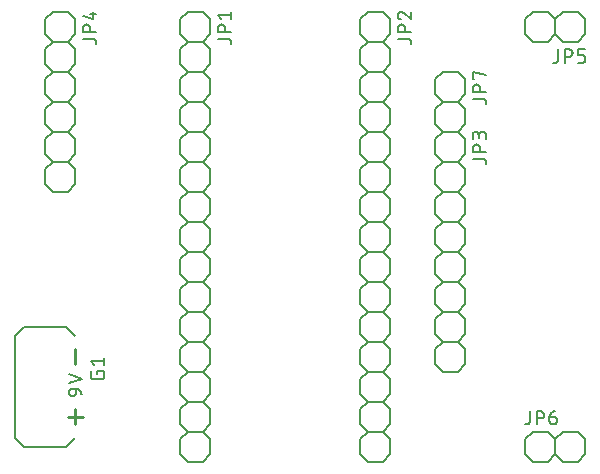
<source format=gbr>
G04 EAGLE Gerber RS-274X export*
G75*
%MOMM*%
%FSLAX34Y34*%
%LPD*%
%INSilkscreen Top*%
%IPPOS*%
%AMOC8*
5,1,8,0,0,1.08239X$1,22.5*%
G01*
%ADD10C,0.152400*%
%ADD11C,0.127000*%
%ADD12C,0.254000*%
%ADD13C,0.203200*%


D10*
X215900Y133350D02*
X215900Y120650D01*
X209550Y114300D01*
X196850Y114300D01*
X190500Y120650D01*
X209550Y114300D02*
X215900Y107950D01*
X215900Y95250D01*
X209550Y88900D01*
X196850Y88900D01*
X190500Y95250D01*
X190500Y107950D01*
X196850Y114300D01*
X215900Y158750D02*
X209550Y165100D01*
X215900Y158750D02*
X215900Y146050D01*
X209550Y139700D01*
X196850Y139700D01*
X190500Y146050D01*
X190500Y158750D01*
X196850Y165100D01*
X209550Y139700D02*
X215900Y133350D01*
X196850Y139700D02*
X190500Y133350D01*
X190500Y120650D01*
X215900Y196850D02*
X215900Y209550D01*
X215900Y196850D02*
X209550Y190500D01*
X196850Y190500D01*
X190500Y196850D01*
X209550Y190500D02*
X215900Y184150D01*
X215900Y171450D01*
X209550Y165100D01*
X196850Y165100D01*
X190500Y171450D01*
X190500Y184150D01*
X196850Y190500D01*
X215900Y234950D02*
X209550Y241300D01*
X215900Y234950D02*
X215900Y222250D01*
X209550Y215900D01*
X196850Y215900D01*
X190500Y222250D01*
X190500Y234950D01*
X196850Y241300D01*
X209550Y215900D02*
X215900Y209550D01*
X196850Y215900D02*
X190500Y209550D01*
X190500Y196850D01*
X215900Y273050D02*
X215900Y285750D01*
X215900Y273050D02*
X209550Y266700D01*
X196850Y266700D01*
X190500Y273050D01*
X209550Y266700D02*
X215900Y260350D01*
X215900Y247650D01*
X209550Y241300D01*
X196850Y241300D01*
X190500Y247650D01*
X190500Y260350D01*
X196850Y266700D01*
X215900Y311150D02*
X209550Y317500D01*
X215900Y311150D02*
X215900Y298450D01*
X209550Y292100D01*
X196850Y292100D01*
X190500Y298450D01*
X190500Y311150D01*
X196850Y317500D01*
X209550Y292100D02*
X215900Y285750D01*
X196850Y292100D02*
X190500Y285750D01*
X190500Y273050D01*
X215900Y349250D02*
X215900Y361950D01*
X215900Y349250D02*
X209550Y342900D01*
X196850Y342900D01*
X190500Y349250D01*
X209550Y342900D02*
X215900Y336550D01*
X215900Y323850D01*
X209550Y317500D01*
X196850Y317500D01*
X190500Y323850D01*
X190500Y336550D01*
X196850Y342900D01*
X215900Y387350D02*
X209550Y393700D01*
X215900Y387350D02*
X215900Y374650D01*
X209550Y368300D01*
X196850Y368300D01*
X190500Y374650D01*
X190500Y387350D01*
X196850Y393700D01*
X209550Y368300D02*
X215900Y361950D01*
X196850Y368300D02*
X190500Y361950D01*
X190500Y349250D01*
X215900Y425450D02*
X215900Y438150D01*
X215900Y425450D02*
X209550Y419100D01*
X196850Y419100D01*
X190500Y425450D01*
X209550Y419100D02*
X215900Y412750D01*
X215900Y400050D01*
X209550Y393700D01*
X196850Y393700D01*
X190500Y400050D01*
X190500Y412750D01*
X196850Y419100D01*
X196850Y444500D02*
X209550Y444500D01*
X215900Y438150D01*
X196850Y444500D02*
X190500Y438150D01*
X190500Y425450D01*
X209550Y88900D02*
X215900Y82550D01*
X215900Y69850D01*
X209550Y63500D01*
X196850Y63500D01*
X190500Y69850D01*
X190500Y82550D01*
X196850Y88900D01*
D11*
X222123Y421438D02*
X231013Y421438D01*
X231113Y421436D01*
X231212Y421430D01*
X231312Y421420D01*
X231410Y421407D01*
X231509Y421389D01*
X231606Y421368D01*
X231702Y421343D01*
X231798Y421314D01*
X231892Y421281D01*
X231985Y421245D01*
X232076Y421205D01*
X232166Y421161D01*
X232254Y421114D01*
X232340Y421064D01*
X232424Y421010D01*
X232506Y420953D01*
X232585Y420893D01*
X232663Y420829D01*
X232737Y420763D01*
X232809Y420694D01*
X232878Y420622D01*
X232944Y420548D01*
X233008Y420470D01*
X233068Y420391D01*
X233125Y420309D01*
X233179Y420225D01*
X233229Y420139D01*
X233276Y420051D01*
X233320Y419961D01*
X233360Y419870D01*
X233396Y419777D01*
X233429Y419683D01*
X233458Y419587D01*
X233483Y419491D01*
X233504Y419394D01*
X233522Y419295D01*
X233535Y419197D01*
X233545Y419097D01*
X233551Y418998D01*
X233553Y418898D01*
X233553Y417628D01*
X233553Y427419D02*
X222123Y427419D01*
X222123Y430594D01*
X222125Y430705D01*
X222131Y430815D01*
X222140Y430926D01*
X222154Y431036D01*
X222171Y431145D01*
X222192Y431254D01*
X222217Y431362D01*
X222246Y431469D01*
X222278Y431575D01*
X222314Y431680D01*
X222354Y431783D01*
X222397Y431885D01*
X222444Y431986D01*
X222495Y432085D01*
X222548Y432182D01*
X222605Y432276D01*
X222666Y432369D01*
X222729Y432460D01*
X222796Y432549D01*
X222866Y432635D01*
X222939Y432718D01*
X223014Y432800D01*
X223092Y432878D01*
X223174Y432953D01*
X223257Y433026D01*
X223343Y433096D01*
X223432Y433163D01*
X223523Y433226D01*
X223616Y433287D01*
X223711Y433344D01*
X223807Y433397D01*
X223906Y433448D01*
X224007Y433495D01*
X224109Y433538D01*
X224212Y433578D01*
X224317Y433614D01*
X224423Y433646D01*
X224530Y433675D01*
X224638Y433700D01*
X224747Y433721D01*
X224856Y433738D01*
X224966Y433752D01*
X225077Y433761D01*
X225187Y433767D01*
X225298Y433769D01*
X225409Y433767D01*
X225519Y433761D01*
X225630Y433752D01*
X225740Y433738D01*
X225849Y433721D01*
X225958Y433700D01*
X226066Y433675D01*
X226173Y433646D01*
X226279Y433614D01*
X226384Y433578D01*
X226487Y433538D01*
X226589Y433495D01*
X226690Y433448D01*
X226789Y433397D01*
X226886Y433344D01*
X226980Y433287D01*
X227073Y433226D01*
X227164Y433163D01*
X227253Y433096D01*
X227339Y433026D01*
X227422Y432953D01*
X227504Y432878D01*
X227582Y432800D01*
X227657Y432718D01*
X227730Y432635D01*
X227800Y432549D01*
X227867Y432460D01*
X227930Y432369D01*
X227991Y432276D01*
X228048Y432182D01*
X228101Y432085D01*
X228152Y431986D01*
X228199Y431885D01*
X228242Y431783D01*
X228282Y431680D01*
X228318Y431575D01*
X228350Y431469D01*
X228379Y431362D01*
X228404Y431254D01*
X228425Y431145D01*
X228442Y431036D01*
X228456Y430926D01*
X228465Y430815D01*
X228471Y430705D01*
X228473Y430594D01*
X228473Y427419D01*
X224663Y438277D02*
X222123Y441452D01*
X233553Y441452D01*
X233553Y438277D02*
X233553Y444627D01*
D10*
X368300Y133350D02*
X368300Y120650D01*
X361950Y114300D01*
X349250Y114300D01*
X342900Y120650D01*
X361950Y114300D02*
X368300Y107950D01*
X368300Y95250D01*
X361950Y88900D01*
X349250Y88900D01*
X342900Y95250D01*
X342900Y107950D01*
X349250Y114300D01*
X368300Y158750D02*
X361950Y165100D01*
X368300Y158750D02*
X368300Y146050D01*
X361950Y139700D01*
X349250Y139700D01*
X342900Y146050D01*
X342900Y158750D01*
X349250Y165100D01*
X361950Y139700D02*
X368300Y133350D01*
X349250Y139700D02*
X342900Y133350D01*
X342900Y120650D01*
X368300Y196850D02*
X368300Y209550D01*
X368300Y196850D02*
X361950Y190500D01*
X349250Y190500D01*
X342900Y196850D01*
X361950Y190500D02*
X368300Y184150D01*
X368300Y171450D01*
X361950Y165100D01*
X349250Y165100D01*
X342900Y171450D01*
X342900Y184150D01*
X349250Y190500D01*
X368300Y234950D02*
X361950Y241300D01*
X368300Y234950D02*
X368300Y222250D01*
X361950Y215900D01*
X349250Y215900D01*
X342900Y222250D01*
X342900Y234950D01*
X349250Y241300D01*
X361950Y215900D02*
X368300Y209550D01*
X349250Y215900D02*
X342900Y209550D01*
X342900Y196850D01*
X368300Y273050D02*
X368300Y285750D01*
X368300Y273050D02*
X361950Y266700D01*
X349250Y266700D01*
X342900Y273050D01*
X361950Y266700D02*
X368300Y260350D01*
X368300Y247650D01*
X361950Y241300D01*
X349250Y241300D01*
X342900Y247650D01*
X342900Y260350D01*
X349250Y266700D01*
X368300Y311150D02*
X361950Y317500D01*
X368300Y311150D02*
X368300Y298450D01*
X361950Y292100D01*
X349250Y292100D01*
X342900Y298450D01*
X342900Y311150D01*
X349250Y317500D01*
X361950Y292100D02*
X368300Y285750D01*
X349250Y292100D02*
X342900Y285750D01*
X342900Y273050D01*
X368300Y349250D02*
X368300Y361950D01*
X368300Y349250D02*
X361950Y342900D01*
X349250Y342900D01*
X342900Y349250D01*
X361950Y342900D02*
X368300Y336550D01*
X368300Y323850D01*
X361950Y317500D01*
X349250Y317500D01*
X342900Y323850D01*
X342900Y336550D01*
X349250Y342900D01*
X368300Y387350D02*
X361950Y393700D01*
X368300Y387350D02*
X368300Y374650D01*
X361950Y368300D01*
X349250Y368300D01*
X342900Y374650D01*
X342900Y387350D01*
X349250Y393700D01*
X361950Y368300D02*
X368300Y361950D01*
X349250Y368300D02*
X342900Y361950D01*
X342900Y349250D01*
X368300Y425450D02*
X368300Y438150D01*
X368300Y425450D02*
X361950Y419100D01*
X349250Y419100D01*
X342900Y425450D01*
X361950Y419100D02*
X368300Y412750D01*
X368300Y400050D01*
X361950Y393700D01*
X349250Y393700D01*
X342900Y400050D01*
X342900Y412750D01*
X349250Y419100D01*
X349250Y444500D02*
X361950Y444500D01*
X368300Y438150D01*
X349250Y444500D02*
X342900Y438150D01*
X342900Y425450D01*
X361950Y88900D02*
X368300Y82550D01*
X368300Y69850D01*
X361950Y63500D01*
X349250Y63500D01*
X342900Y69850D01*
X342900Y82550D01*
X349250Y88900D01*
D11*
X374523Y421438D02*
X383413Y421438D01*
X383513Y421436D01*
X383612Y421430D01*
X383712Y421420D01*
X383810Y421407D01*
X383909Y421389D01*
X384006Y421368D01*
X384102Y421343D01*
X384198Y421314D01*
X384292Y421281D01*
X384385Y421245D01*
X384476Y421205D01*
X384566Y421161D01*
X384654Y421114D01*
X384740Y421064D01*
X384824Y421010D01*
X384906Y420953D01*
X384985Y420893D01*
X385063Y420829D01*
X385137Y420763D01*
X385209Y420694D01*
X385278Y420622D01*
X385344Y420548D01*
X385408Y420470D01*
X385468Y420391D01*
X385525Y420309D01*
X385579Y420225D01*
X385629Y420139D01*
X385676Y420051D01*
X385720Y419961D01*
X385760Y419870D01*
X385796Y419777D01*
X385829Y419683D01*
X385858Y419587D01*
X385883Y419491D01*
X385904Y419394D01*
X385922Y419295D01*
X385935Y419197D01*
X385945Y419097D01*
X385951Y418998D01*
X385953Y418898D01*
X385953Y417628D01*
X385953Y427419D02*
X374523Y427419D01*
X374523Y430594D01*
X374525Y430705D01*
X374531Y430815D01*
X374540Y430926D01*
X374554Y431036D01*
X374571Y431145D01*
X374592Y431254D01*
X374617Y431362D01*
X374646Y431469D01*
X374678Y431575D01*
X374714Y431680D01*
X374754Y431783D01*
X374797Y431885D01*
X374844Y431986D01*
X374895Y432085D01*
X374948Y432182D01*
X375005Y432276D01*
X375066Y432369D01*
X375129Y432460D01*
X375196Y432549D01*
X375266Y432635D01*
X375339Y432718D01*
X375414Y432800D01*
X375492Y432878D01*
X375574Y432953D01*
X375657Y433026D01*
X375743Y433096D01*
X375832Y433163D01*
X375923Y433226D01*
X376016Y433287D01*
X376111Y433344D01*
X376207Y433397D01*
X376306Y433448D01*
X376407Y433495D01*
X376509Y433538D01*
X376612Y433578D01*
X376717Y433614D01*
X376823Y433646D01*
X376930Y433675D01*
X377038Y433700D01*
X377147Y433721D01*
X377256Y433738D01*
X377366Y433752D01*
X377477Y433761D01*
X377587Y433767D01*
X377698Y433769D01*
X377809Y433767D01*
X377919Y433761D01*
X378030Y433752D01*
X378140Y433738D01*
X378249Y433721D01*
X378358Y433700D01*
X378466Y433675D01*
X378573Y433646D01*
X378679Y433614D01*
X378784Y433578D01*
X378887Y433538D01*
X378989Y433495D01*
X379090Y433448D01*
X379189Y433397D01*
X379286Y433344D01*
X379380Y433287D01*
X379473Y433226D01*
X379564Y433163D01*
X379653Y433096D01*
X379739Y433026D01*
X379822Y432953D01*
X379904Y432878D01*
X379982Y432800D01*
X380057Y432718D01*
X380130Y432635D01*
X380200Y432549D01*
X380267Y432460D01*
X380330Y432369D01*
X380391Y432276D01*
X380448Y432182D01*
X380501Y432085D01*
X380552Y431986D01*
X380599Y431885D01*
X380642Y431783D01*
X380682Y431680D01*
X380718Y431575D01*
X380750Y431469D01*
X380779Y431362D01*
X380804Y431254D01*
X380825Y431145D01*
X380842Y431036D01*
X380856Y430926D01*
X380865Y430815D01*
X380871Y430705D01*
X380873Y430594D01*
X380873Y427419D01*
X374523Y441770D02*
X374525Y441874D01*
X374531Y441979D01*
X374540Y442083D01*
X374553Y442186D01*
X374571Y442289D01*
X374591Y442391D01*
X374616Y442493D01*
X374644Y442593D01*
X374676Y442693D01*
X374712Y442791D01*
X374751Y442888D01*
X374793Y442983D01*
X374839Y443077D01*
X374889Y443169D01*
X374941Y443259D01*
X374997Y443347D01*
X375057Y443433D01*
X375119Y443517D01*
X375184Y443598D01*
X375252Y443677D01*
X375324Y443754D01*
X375397Y443827D01*
X375474Y443899D01*
X375553Y443967D01*
X375634Y444032D01*
X375718Y444094D01*
X375804Y444154D01*
X375892Y444210D01*
X375982Y444262D01*
X376074Y444312D01*
X376168Y444358D01*
X376263Y444400D01*
X376360Y444439D01*
X376458Y444475D01*
X376558Y444507D01*
X376658Y444535D01*
X376760Y444560D01*
X376862Y444580D01*
X376965Y444598D01*
X377068Y444611D01*
X377172Y444620D01*
X377277Y444626D01*
X377381Y444628D01*
X374523Y441770D02*
X374525Y441652D01*
X374531Y441533D01*
X374540Y441415D01*
X374553Y441298D01*
X374571Y441181D01*
X374591Y441064D01*
X374616Y440948D01*
X374644Y440833D01*
X374677Y440720D01*
X374712Y440607D01*
X374752Y440495D01*
X374794Y440385D01*
X374841Y440276D01*
X374891Y440168D01*
X374944Y440063D01*
X375001Y439959D01*
X375061Y439857D01*
X375124Y439757D01*
X375191Y439659D01*
X375260Y439563D01*
X375333Y439470D01*
X375409Y439379D01*
X375487Y439290D01*
X375569Y439204D01*
X375653Y439121D01*
X375739Y439040D01*
X375829Y438963D01*
X375920Y438888D01*
X376014Y438816D01*
X376111Y438747D01*
X376209Y438682D01*
X376310Y438619D01*
X376413Y438560D01*
X376517Y438504D01*
X376623Y438452D01*
X376731Y438403D01*
X376840Y438358D01*
X376951Y438316D01*
X377063Y438278D01*
X379603Y443675D02*
X379528Y443751D01*
X379449Y443826D01*
X379368Y443897D01*
X379284Y443966D01*
X379198Y444031D01*
X379110Y444093D01*
X379020Y444153D01*
X378928Y444209D01*
X378833Y444262D01*
X378737Y444311D01*
X378639Y444357D01*
X378540Y444400D01*
X378439Y444439D01*
X378337Y444474D01*
X378234Y444506D01*
X378130Y444534D01*
X378025Y444559D01*
X377918Y444580D01*
X377812Y444597D01*
X377705Y444610D01*
X377597Y444619D01*
X377489Y444625D01*
X377381Y444627D01*
X379603Y443675D02*
X385953Y438277D01*
X385953Y444627D01*
D10*
X431800Y184150D02*
X431800Y171450D01*
X425450Y165100D01*
X412750Y165100D01*
X406400Y171450D01*
X431800Y209550D02*
X425450Y215900D01*
X431800Y209550D02*
X431800Y196850D01*
X425450Y190500D01*
X412750Y190500D01*
X406400Y196850D01*
X406400Y209550D01*
X412750Y215900D01*
X425450Y190500D02*
X431800Y184150D01*
X412750Y190500D02*
X406400Y184150D01*
X406400Y171450D01*
X431800Y247650D02*
X431800Y260350D01*
X431800Y247650D02*
X425450Y241300D01*
X412750Y241300D01*
X406400Y247650D01*
X425450Y241300D02*
X431800Y234950D01*
X431800Y222250D01*
X425450Y215900D01*
X412750Y215900D01*
X406400Y222250D01*
X406400Y234950D01*
X412750Y241300D01*
X431800Y285750D02*
X425450Y292100D01*
X431800Y285750D02*
X431800Y273050D01*
X425450Y266700D01*
X412750Y266700D01*
X406400Y273050D01*
X406400Y285750D01*
X412750Y292100D01*
X425450Y266700D02*
X431800Y260350D01*
X412750Y266700D02*
X406400Y260350D01*
X406400Y247650D01*
X431800Y323850D02*
X431800Y336550D01*
X431800Y323850D02*
X425450Y317500D01*
X412750Y317500D01*
X406400Y323850D01*
X425450Y317500D02*
X431800Y311150D01*
X431800Y298450D01*
X425450Y292100D01*
X412750Y292100D01*
X406400Y298450D01*
X406400Y311150D01*
X412750Y317500D01*
X412750Y342900D02*
X425450Y342900D01*
X431800Y336550D01*
X412750Y342900D02*
X406400Y336550D01*
X406400Y323850D01*
X431800Y158750D02*
X431800Y146050D01*
X425450Y139700D01*
X412750Y139700D01*
X406400Y146050D01*
X425450Y165100D02*
X431800Y158750D01*
X412750Y165100D02*
X406400Y158750D01*
X406400Y146050D01*
D11*
X438023Y319838D02*
X446913Y319838D01*
X447013Y319836D01*
X447112Y319830D01*
X447212Y319820D01*
X447310Y319807D01*
X447409Y319789D01*
X447506Y319768D01*
X447602Y319743D01*
X447698Y319714D01*
X447792Y319681D01*
X447885Y319645D01*
X447976Y319605D01*
X448066Y319561D01*
X448154Y319514D01*
X448240Y319464D01*
X448324Y319410D01*
X448406Y319353D01*
X448485Y319293D01*
X448563Y319229D01*
X448637Y319163D01*
X448709Y319094D01*
X448778Y319022D01*
X448844Y318948D01*
X448908Y318870D01*
X448968Y318791D01*
X449025Y318709D01*
X449079Y318625D01*
X449129Y318539D01*
X449176Y318451D01*
X449220Y318361D01*
X449260Y318270D01*
X449296Y318177D01*
X449329Y318083D01*
X449358Y317987D01*
X449383Y317891D01*
X449404Y317794D01*
X449422Y317695D01*
X449435Y317597D01*
X449445Y317497D01*
X449451Y317398D01*
X449453Y317298D01*
X449453Y316028D01*
X449453Y325819D02*
X438023Y325819D01*
X438023Y328994D01*
X438025Y329105D01*
X438031Y329215D01*
X438040Y329326D01*
X438054Y329436D01*
X438071Y329545D01*
X438092Y329654D01*
X438117Y329762D01*
X438146Y329869D01*
X438178Y329975D01*
X438214Y330080D01*
X438254Y330183D01*
X438297Y330285D01*
X438344Y330386D01*
X438395Y330485D01*
X438448Y330582D01*
X438505Y330676D01*
X438566Y330769D01*
X438629Y330860D01*
X438696Y330949D01*
X438766Y331035D01*
X438839Y331118D01*
X438914Y331200D01*
X438992Y331278D01*
X439074Y331353D01*
X439157Y331426D01*
X439243Y331496D01*
X439332Y331563D01*
X439423Y331626D01*
X439516Y331687D01*
X439611Y331744D01*
X439707Y331797D01*
X439806Y331848D01*
X439907Y331895D01*
X440009Y331938D01*
X440112Y331978D01*
X440217Y332014D01*
X440323Y332046D01*
X440430Y332075D01*
X440538Y332100D01*
X440647Y332121D01*
X440756Y332138D01*
X440866Y332152D01*
X440977Y332161D01*
X441087Y332167D01*
X441198Y332169D01*
X441309Y332167D01*
X441419Y332161D01*
X441530Y332152D01*
X441640Y332138D01*
X441749Y332121D01*
X441858Y332100D01*
X441966Y332075D01*
X442073Y332046D01*
X442179Y332014D01*
X442284Y331978D01*
X442387Y331938D01*
X442489Y331895D01*
X442590Y331848D01*
X442689Y331797D01*
X442786Y331744D01*
X442880Y331687D01*
X442973Y331626D01*
X443064Y331563D01*
X443153Y331496D01*
X443239Y331426D01*
X443322Y331353D01*
X443404Y331278D01*
X443482Y331200D01*
X443557Y331118D01*
X443630Y331035D01*
X443700Y330949D01*
X443767Y330860D01*
X443830Y330769D01*
X443891Y330676D01*
X443948Y330582D01*
X444001Y330485D01*
X444052Y330386D01*
X444099Y330285D01*
X444142Y330183D01*
X444182Y330080D01*
X444218Y329975D01*
X444250Y329869D01*
X444279Y329762D01*
X444304Y329654D01*
X444325Y329545D01*
X444342Y329436D01*
X444356Y329326D01*
X444365Y329215D01*
X444371Y329105D01*
X444373Y328994D01*
X444373Y325819D01*
X449453Y336677D02*
X449453Y339852D01*
X449451Y339963D01*
X449445Y340073D01*
X449436Y340184D01*
X449422Y340294D01*
X449405Y340403D01*
X449384Y340512D01*
X449359Y340620D01*
X449330Y340727D01*
X449298Y340833D01*
X449262Y340938D01*
X449222Y341041D01*
X449179Y341143D01*
X449132Y341244D01*
X449081Y341343D01*
X449028Y341440D01*
X448971Y341534D01*
X448910Y341627D01*
X448847Y341718D01*
X448780Y341807D01*
X448710Y341893D01*
X448637Y341976D01*
X448562Y342058D01*
X448484Y342136D01*
X448402Y342211D01*
X448319Y342284D01*
X448233Y342354D01*
X448144Y342421D01*
X448053Y342484D01*
X447960Y342545D01*
X447866Y342602D01*
X447769Y342655D01*
X447670Y342706D01*
X447569Y342753D01*
X447467Y342796D01*
X447364Y342836D01*
X447259Y342872D01*
X447153Y342904D01*
X447046Y342933D01*
X446938Y342958D01*
X446829Y342979D01*
X446720Y342996D01*
X446610Y343010D01*
X446499Y343019D01*
X446389Y343025D01*
X446278Y343027D01*
X446167Y343025D01*
X446057Y343019D01*
X445946Y343010D01*
X445836Y342996D01*
X445727Y342979D01*
X445618Y342958D01*
X445510Y342933D01*
X445403Y342904D01*
X445297Y342872D01*
X445192Y342836D01*
X445089Y342796D01*
X444987Y342753D01*
X444886Y342706D01*
X444787Y342655D01*
X444691Y342602D01*
X444596Y342545D01*
X444503Y342484D01*
X444412Y342421D01*
X444323Y342354D01*
X444237Y342284D01*
X444154Y342211D01*
X444072Y342136D01*
X443994Y342058D01*
X443919Y341976D01*
X443846Y341893D01*
X443776Y341807D01*
X443709Y341718D01*
X443646Y341627D01*
X443585Y341534D01*
X443528Y341440D01*
X443475Y341343D01*
X443424Y341244D01*
X443377Y341143D01*
X443334Y341041D01*
X443294Y340938D01*
X443258Y340833D01*
X443226Y340727D01*
X443197Y340620D01*
X443172Y340512D01*
X443151Y340403D01*
X443134Y340294D01*
X443120Y340184D01*
X443111Y340073D01*
X443105Y339963D01*
X443103Y339852D01*
X438023Y340487D02*
X438023Y336677D01*
X438023Y340487D02*
X438025Y340587D01*
X438031Y340686D01*
X438041Y340786D01*
X438054Y340884D01*
X438072Y340983D01*
X438093Y341080D01*
X438118Y341176D01*
X438147Y341272D01*
X438180Y341366D01*
X438216Y341459D01*
X438256Y341550D01*
X438300Y341640D01*
X438347Y341728D01*
X438397Y341814D01*
X438451Y341898D01*
X438508Y341980D01*
X438568Y342059D01*
X438632Y342137D01*
X438698Y342211D01*
X438767Y342283D01*
X438839Y342352D01*
X438913Y342418D01*
X438991Y342482D01*
X439070Y342542D01*
X439152Y342599D01*
X439236Y342653D01*
X439322Y342703D01*
X439410Y342750D01*
X439500Y342794D01*
X439591Y342834D01*
X439684Y342870D01*
X439778Y342903D01*
X439874Y342932D01*
X439970Y342957D01*
X440067Y342978D01*
X440166Y342996D01*
X440264Y343009D01*
X440364Y343019D01*
X440463Y343025D01*
X440563Y343027D01*
X440663Y343025D01*
X440762Y343019D01*
X440862Y343009D01*
X440960Y342996D01*
X441059Y342978D01*
X441156Y342957D01*
X441252Y342932D01*
X441348Y342903D01*
X441442Y342870D01*
X441535Y342834D01*
X441626Y342794D01*
X441716Y342750D01*
X441804Y342703D01*
X441890Y342653D01*
X441974Y342599D01*
X442056Y342542D01*
X442135Y342482D01*
X442213Y342418D01*
X442287Y342352D01*
X442359Y342283D01*
X442428Y342211D01*
X442494Y342137D01*
X442558Y342059D01*
X442618Y341980D01*
X442675Y341898D01*
X442729Y341814D01*
X442779Y341728D01*
X442826Y341640D01*
X442870Y341550D01*
X442910Y341459D01*
X442946Y341366D01*
X442979Y341272D01*
X443008Y341176D01*
X443033Y341080D01*
X443054Y340983D01*
X443072Y340884D01*
X443085Y340786D01*
X443095Y340686D01*
X443101Y340587D01*
X443103Y340487D01*
X443103Y337947D01*
D10*
X101600Y349250D02*
X101600Y361950D01*
X101600Y349250D02*
X95250Y342900D01*
X82550Y342900D01*
X76200Y349250D01*
X95250Y342900D02*
X101600Y336550D01*
X101600Y323850D01*
X95250Y317500D01*
X82550Y317500D01*
X76200Y323850D01*
X76200Y336550D01*
X82550Y342900D01*
X101600Y387350D02*
X95250Y393700D01*
X101600Y387350D02*
X101600Y374650D01*
X95250Y368300D01*
X82550Y368300D01*
X76200Y374650D01*
X76200Y387350D01*
X82550Y393700D01*
X95250Y368300D02*
X101600Y361950D01*
X82550Y368300D02*
X76200Y361950D01*
X76200Y349250D01*
X101600Y425450D02*
X101600Y438150D01*
X101600Y425450D02*
X95250Y419100D01*
X82550Y419100D01*
X76200Y425450D01*
X95250Y419100D02*
X101600Y412750D01*
X101600Y400050D01*
X95250Y393700D01*
X82550Y393700D01*
X76200Y400050D01*
X76200Y412750D01*
X82550Y419100D01*
X82550Y444500D02*
X95250Y444500D01*
X101600Y438150D01*
X82550Y444500D02*
X76200Y438150D01*
X76200Y425450D01*
X101600Y311150D02*
X101600Y298450D01*
X95250Y292100D01*
X82550Y292100D01*
X76200Y298450D01*
X95250Y317500D02*
X101600Y311150D01*
X82550Y317500D02*
X76200Y311150D01*
X76200Y298450D01*
D11*
X107823Y421438D02*
X116713Y421438D01*
X116813Y421436D01*
X116912Y421430D01*
X117012Y421420D01*
X117110Y421407D01*
X117209Y421389D01*
X117306Y421368D01*
X117402Y421343D01*
X117498Y421314D01*
X117592Y421281D01*
X117685Y421245D01*
X117776Y421205D01*
X117866Y421161D01*
X117954Y421114D01*
X118040Y421064D01*
X118124Y421010D01*
X118206Y420953D01*
X118285Y420893D01*
X118363Y420829D01*
X118437Y420763D01*
X118509Y420694D01*
X118578Y420622D01*
X118644Y420548D01*
X118708Y420470D01*
X118768Y420391D01*
X118825Y420309D01*
X118879Y420225D01*
X118929Y420139D01*
X118976Y420051D01*
X119020Y419961D01*
X119060Y419870D01*
X119096Y419777D01*
X119129Y419683D01*
X119158Y419587D01*
X119183Y419491D01*
X119204Y419394D01*
X119222Y419295D01*
X119235Y419197D01*
X119245Y419097D01*
X119251Y418998D01*
X119253Y418898D01*
X119253Y417628D01*
X119253Y427419D02*
X107823Y427419D01*
X107823Y430594D01*
X107825Y430705D01*
X107831Y430815D01*
X107840Y430926D01*
X107854Y431036D01*
X107871Y431145D01*
X107892Y431254D01*
X107917Y431362D01*
X107946Y431469D01*
X107978Y431575D01*
X108014Y431680D01*
X108054Y431783D01*
X108097Y431885D01*
X108144Y431986D01*
X108195Y432085D01*
X108248Y432182D01*
X108305Y432276D01*
X108366Y432369D01*
X108429Y432460D01*
X108496Y432549D01*
X108566Y432635D01*
X108639Y432718D01*
X108714Y432800D01*
X108792Y432878D01*
X108874Y432953D01*
X108957Y433026D01*
X109043Y433096D01*
X109132Y433163D01*
X109223Y433226D01*
X109316Y433287D01*
X109411Y433344D01*
X109507Y433397D01*
X109606Y433448D01*
X109707Y433495D01*
X109809Y433538D01*
X109912Y433578D01*
X110017Y433614D01*
X110123Y433646D01*
X110230Y433675D01*
X110338Y433700D01*
X110447Y433721D01*
X110556Y433738D01*
X110666Y433752D01*
X110777Y433761D01*
X110887Y433767D01*
X110998Y433769D01*
X111109Y433767D01*
X111219Y433761D01*
X111330Y433752D01*
X111440Y433738D01*
X111549Y433721D01*
X111658Y433700D01*
X111766Y433675D01*
X111873Y433646D01*
X111979Y433614D01*
X112084Y433578D01*
X112187Y433538D01*
X112289Y433495D01*
X112390Y433448D01*
X112489Y433397D01*
X112586Y433344D01*
X112680Y433287D01*
X112773Y433226D01*
X112864Y433163D01*
X112953Y433096D01*
X113039Y433026D01*
X113122Y432953D01*
X113204Y432878D01*
X113282Y432800D01*
X113357Y432718D01*
X113430Y432635D01*
X113500Y432549D01*
X113567Y432460D01*
X113630Y432369D01*
X113691Y432276D01*
X113748Y432182D01*
X113801Y432085D01*
X113852Y431986D01*
X113899Y431885D01*
X113942Y431783D01*
X113982Y431680D01*
X114018Y431575D01*
X114050Y431469D01*
X114079Y431362D01*
X114104Y431254D01*
X114125Y431145D01*
X114142Y431036D01*
X114156Y430926D01*
X114165Y430815D01*
X114171Y430705D01*
X114173Y430594D01*
X114173Y427419D01*
X116713Y438277D02*
X107823Y440817D01*
X116713Y438277D02*
X116713Y444627D01*
X114173Y442722D02*
X119253Y442722D01*
D12*
X101600Y158750D02*
X101600Y146050D01*
X101600Y107950D02*
X101600Y95250D01*
X95250Y101600D02*
X107950Y101600D01*
D10*
X101600Y83820D02*
X93980Y76200D01*
X58420Y76200D01*
X50800Y83820D01*
X50800Y170180D01*
X58420Y177800D01*
X93980Y177800D01*
X101600Y170180D01*
D13*
X102193Y125391D02*
X102193Y121835D01*
X102191Y121740D01*
X102185Y121644D01*
X102176Y121549D01*
X102162Y121455D01*
X102145Y121361D01*
X102124Y121268D01*
X102099Y121175D01*
X102071Y121084D01*
X102039Y120994D01*
X102003Y120906D01*
X101964Y120819D01*
X101921Y120733D01*
X101875Y120649D01*
X101826Y120568D01*
X101773Y120488D01*
X101717Y120411D01*
X101659Y120335D01*
X101597Y120263D01*
X101532Y120193D01*
X101464Y120125D01*
X101394Y120060D01*
X101322Y119998D01*
X101246Y119940D01*
X101169Y119884D01*
X101089Y119831D01*
X101007Y119782D01*
X100924Y119736D01*
X100838Y119693D01*
X100751Y119654D01*
X100663Y119618D01*
X100573Y119586D01*
X100482Y119558D01*
X100389Y119533D01*
X100296Y119512D01*
X100202Y119495D01*
X100108Y119481D01*
X100013Y119472D01*
X99917Y119466D01*
X99822Y119464D01*
X99822Y119465D02*
X99229Y119465D01*
X99122Y119467D01*
X99015Y119473D01*
X98909Y119482D01*
X98803Y119496D01*
X98697Y119513D01*
X98592Y119534D01*
X98488Y119559D01*
X98385Y119588D01*
X98283Y119620D01*
X98182Y119656D01*
X98083Y119696D01*
X97985Y119739D01*
X97889Y119786D01*
X97794Y119836D01*
X97701Y119889D01*
X97611Y119946D01*
X97522Y120006D01*
X97436Y120069D01*
X97352Y120135D01*
X97270Y120205D01*
X97191Y120277D01*
X97115Y120352D01*
X97041Y120430D01*
X96971Y120510D01*
X96903Y120593D01*
X96838Y120678D01*
X96777Y120765D01*
X96718Y120855D01*
X96663Y120947D01*
X96611Y121040D01*
X96563Y121136D01*
X96518Y121233D01*
X96476Y121331D01*
X96439Y121431D01*
X96404Y121533D01*
X96374Y121635D01*
X96347Y121739D01*
X96324Y121843D01*
X96305Y121949D01*
X96290Y122055D01*
X96278Y122161D01*
X96270Y122268D01*
X96266Y122375D01*
X96266Y122481D01*
X96270Y122588D01*
X96278Y122695D01*
X96290Y122801D01*
X96305Y122907D01*
X96324Y123013D01*
X96347Y123117D01*
X96374Y123221D01*
X96404Y123323D01*
X96439Y123425D01*
X96476Y123525D01*
X96518Y123623D01*
X96563Y123720D01*
X96611Y123816D01*
X96663Y123910D01*
X96718Y124001D01*
X96777Y124091D01*
X96838Y124178D01*
X96903Y124263D01*
X96971Y124346D01*
X97041Y124426D01*
X97115Y124504D01*
X97191Y124579D01*
X97270Y124651D01*
X97352Y124721D01*
X97436Y124787D01*
X97522Y124850D01*
X97611Y124910D01*
X97701Y124967D01*
X97794Y125020D01*
X97889Y125070D01*
X97985Y125117D01*
X98083Y125160D01*
X98182Y125200D01*
X98283Y125236D01*
X98385Y125268D01*
X98488Y125297D01*
X98592Y125322D01*
X98697Y125343D01*
X98803Y125360D01*
X98909Y125374D01*
X99015Y125383D01*
X99122Y125389D01*
X99229Y125391D01*
X102193Y125391D01*
X102328Y125389D01*
X102464Y125383D01*
X102599Y125374D01*
X102733Y125360D01*
X102868Y125343D01*
X103001Y125322D01*
X103135Y125297D01*
X103267Y125268D01*
X103398Y125235D01*
X103529Y125199D01*
X103658Y125159D01*
X103786Y125115D01*
X103913Y125068D01*
X104039Y125017D01*
X104162Y124963D01*
X104285Y124905D01*
X104405Y124843D01*
X104524Y124778D01*
X104641Y124710D01*
X104756Y124638D01*
X104869Y124564D01*
X104980Y124486D01*
X105088Y124404D01*
X105194Y124320D01*
X105298Y124233D01*
X105399Y124143D01*
X105497Y124050D01*
X105593Y123954D01*
X105686Y123856D01*
X105776Y123755D01*
X105863Y123651D01*
X105947Y123545D01*
X106029Y123437D01*
X106107Y123326D01*
X106181Y123213D01*
X106253Y123098D01*
X106321Y122981D01*
X106386Y122862D01*
X106448Y122742D01*
X106506Y122619D01*
X106560Y122496D01*
X106611Y122370D01*
X106658Y122243D01*
X106702Y122115D01*
X106742Y121986D01*
X106778Y121855D01*
X106811Y121724D01*
X106840Y121592D01*
X106865Y121458D01*
X106886Y121325D01*
X106903Y121190D01*
X106917Y121056D01*
X106926Y120921D01*
X106932Y120785D01*
X106934Y120650D01*
X106934Y133858D02*
X96266Y130302D01*
X96266Y137414D02*
X106934Y133858D01*
D11*
X120015Y138049D02*
X120015Y139954D01*
X126365Y139954D01*
X126365Y136144D01*
X126363Y136044D01*
X126357Y135945D01*
X126347Y135845D01*
X126334Y135747D01*
X126316Y135648D01*
X126295Y135551D01*
X126270Y135455D01*
X126241Y135359D01*
X126208Y135265D01*
X126172Y135172D01*
X126132Y135081D01*
X126088Y134991D01*
X126041Y134903D01*
X125991Y134817D01*
X125937Y134733D01*
X125880Y134651D01*
X125820Y134572D01*
X125756Y134494D01*
X125690Y134420D01*
X125621Y134348D01*
X125549Y134279D01*
X125475Y134213D01*
X125397Y134149D01*
X125318Y134089D01*
X125236Y134032D01*
X125152Y133978D01*
X125066Y133928D01*
X124978Y133881D01*
X124888Y133837D01*
X124797Y133797D01*
X124704Y133761D01*
X124610Y133728D01*
X124514Y133699D01*
X124418Y133674D01*
X124321Y133653D01*
X124222Y133635D01*
X124124Y133622D01*
X124024Y133612D01*
X123925Y133606D01*
X123825Y133604D01*
X117475Y133604D01*
X117375Y133606D01*
X117276Y133612D01*
X117176Y133622D01*
X117078Y133635D01*
X116979Y133653D01*
X116882Y133674D01*
X116786Y133699D01*
X116690Y133728D01*
X116596Y133761D01*
X116503Y133797D01*
X116412Y133837D01*
X116322Y133881D01*
X116234Y133928D01*
X116148Y133978D01*
X116064Y134032D01*
X115982Y134089D01*
X115903Y134149D01*
X115825Y134213D01*
X115751Y134279D01*
X115679Y134348D01*
X115610Y134420D01*
X115544Y134494D01*
X115480Y134572D01*
X115420Y134651D01*
X115363Y134733D01*
X115309Y134817D01*
X115259Y134903D01*
X115212Y134991D01*
X115168Y135081D01*
X115128Y135172D01*
X115092Y135265D01*
X115059Y135359D01*
X115030Y135455D01*
X115005Y135551D01*
X114984Y135648D01*
X114966Y135747D01*
X114953Y135845D01*
X114943Y135945D01*
X114937Y136044D01*
X114935Y136144D01*
X114935Y139954D01*
X117475Y145415D02*
X114935Y148590D01*
X126365Y148590D01*
X126365Y145415D02*
X126365Y151765D01*
D10*
X514350Y419100D02*
X527050Y419100D01*
X514350Y419100D02*
X508000Y425450D01*
X508000Y438150D01*
X514350Y444500D01*
X533400Y438150D02*
X533400Y425450D01*
X527050Y419100D01*
X533400Y438150D02*
X527050Y444500D01*
X514350Y444500D01*
X508000Y425450D02*
X501650Y419100D01*
X488950Y419100D01*
X482600Y425450D01*
X482600Y438150D01*
X488950Y444500D01*
X501650Y444500D01*
X508000Y438150D01*
D11*
X510338Y412877D02*
X510338Y403987D01*
X510336Y403887D01*
X510330Y403788D01*
X510320Y403688D01*
X510307Y403590D01*
X510289Y403491D01*
X510268Y403394D01*
X510243Y403298D01*
X510214Y403202D01*
X510181Y403108D01*
X510145Y403015D01*
X510105Y402924D01*
X510061Y402834D01*
X510014Y402746D01*
X509964Y402660D01*
X509910Y402576D01*
X509853Y402494D01*
X509793Y402415D01*
X509729Y402337D01*
X509663Y402263D01*
X509594Y402191D01*
X509522Y402122D01*
X509448Y402056D01*
X509370Y401992D01*
X509291Y401932D01*
X509209Y401875D01*
X509125Y401821D01*
X509039Y401771D01*
X508951Y401724D01*
X508861Y401680D01*
X508770Y401640D01*
X508677Y401604D01*
X508583Y401571D01*
X508487Y401542D01*
X508391Y401517D01*
X508294Y401496D01*
X508195Y401478D01*
X508097Y401465D01*
X507997Y401455D01*
X507898Y401449D01*
X507798Y401447D01*
X506528Y401447D01*
X516319Y401447D02*
X516319Y412877D01*
X519494Y412877D01*
X519605Y412875D01*
X519715Y412869D01*
X519826Y412860D01*
X519936Y412846D01*
X520045Y412829D01*
X520154Y412808D01*
X520262Y412783D01*
X520369Y412754D01*
X520475Y412722D01*
X520580Y412686D01*
X520683Y412646D01*
X520785Y412603D01*
X520886Y412556D01*
X520985Y412505D01*
X521082Y412452D01*
X521176Y412395D01*
X521269Y412334D01*
X521360Y412271D01*
X521449Y412204D01*
X521535Y412134D01*
X521618Y412061D01*
X521700Y411986D01*
X521778Y411908D01*
X521853Y411826D01*
X521926Y411743D01*
X521996Y411657D01*
X522063Y411568D01*
X522126Y411477D01*
X522187Y411384D01*
X522244Y411289D01*
X522297Y411193D01*
X522348Y411094D01*
X522395Y410993D01*
X522438Y410891D01*
X522478Y410788D01*
X522514Y410683D01*
X522546Y410577D01*
X522575Y410470D01*
X522600Y410362D01*
X522621Y410253D01*
X522638Y410144D01*
X522652Y410034D01*
X522661Y409923D01*
X522667Y409813D01*
X522669Y409702D01*
X522667Y409591D01*
X522661Y409481D01*
X522652Y409370D01*
X522638Y409260D01*
X522621Y409151D01*
X522600Y409042D01*
X522575Y408934D01*
X522546Y408827D01*
X522514Y408721D01*
X522478Y408616D01*
X522438Y408513D01*
X522395Y408411D01*
X522348Y408310D01*
X522297Y408211D01*
X522244Y408114D01*
X522187Y408020D01*
X522126Y407927D01*
X522063Y407836D01*
X521996Y407747D01*
X521926Y407661D01*
X521853Y407578D01*
X521778Y407496D01*
X521700Y407418D01*
X521618Y407343D01*
X521535Y407270D01*
X521449Y407200D01*
X521360Y407133D01*
X521269Y407070D01*
X521176Y407009D01*
X521082Y406952D01*
X520985Y406899D01*
X520886Y406848D01*
X520785Y406801D01*
X520683Y406758D01*
X520580Y406718D01*
X520475Y406682D01*
X520369Y406650D01*
X520262Y406621D01*
X520154Y406596D01*
X520045Y406575D01*
X519936Y406558D01*
X519826Y406544D01*
X519715Y406535D01*
X519605Y406529D01*
X519494Y406527D01*
X516319Y406527D01*
X527177Y401447D02*
X530987Y401447D01*
X531087Y401449D01*
X531186Y401455D01*
X531286Y401465D01*
X531384Y401478D01*
X531483Y401496D01*
X531580Y401517D01*
X531676Y401542D01*
X531772Y401571D01*
X531866Y401604D01*
X531959Y401640D01*
X532050Y401680D01*
X532140Y401724D01*
X532228Y401771D01*
X532314Y401821D01*
X532398Y401875D01*
X532480Y401932D01*
X532559Y401992D01*
X532637Y402056D01*
X532711Y402122D01*
X532783Y402191D01*
X532852Y402263D01*
X532918Y402337D01*
X532982Y402415D01*
X533042Y402494D01*
X533099Y402576D01*
X533153Y402660D01*
X533203Y402746D01*
X533250Y402834D01*
X533294Y402924D01*
X533334Y403015D01*
X533370Y403108D01*
X533403Y403202D01*
X533432Y403298D01*
X533457Y403394D01*
X533478Y403491D01*
X533496Y403590D01*
X533509Y403688D01*
X533519Y403788D01*
X533525Y403887D01*
X533527Y403987D01*
X533527Y405257D01*
X533525Y405357D01*
X533519Y405456D01*
X533509Y405556D01*
X533496Y405654D01*
X533478Y405753D01*
X533457Y405850D01*
X533432Y405946D01*
X533403Y406042D01*
X533370Y406136D01*
X533334Y406229D01*
X533294Y406320D01*
X533250Y406410D01*
X533203Y406498D01*
X533153Y406584D01*
X533099Y406668D01*
X533042Y406750D01*
X532982Y406829D01*
X532918Y406907D01*
X532852Y406981D01*
X532783Y407053D01*
X532711Y407122D01*
X532637Y407188D01*
X532559Y407252D01*
X532480Y407312D01*
X532398Y407369D01*
X532314Y407423D01*
X532228Y407473D01*
X532140Y407520D01*
X532050Y407564D01*
X531959Y407604D01*
X531866Y407640D01*
X531772Y407673D01*
X531676Y407702D01*
X531580Y407727D01*
X531483Y407748D01*
X531384Y407766D01*
X531286Y407779D01*
X531186Y407789D01*
X531087Y407795D01*
X530987Y407797D01*
X527177Y407797D01*
X527177Y412877D01*
X533527Y412877D01*
D10*
X501650Y88900D02*
X488950Y88900D01*
X501650Y88900D02*
X508000Y82550D01*
X508000Y69850D01*
X501650Y63500D01*
X482600Y69850D02*
X482600Y82550D01*
X488950Y88900D01*
X482600Y69850D02*
X488950Y63500D01*
X501650Y63500D01*
X508000Y82550D02*
X514350Y88900D01*
X527050Y88900D01*
X533400Y82550D01*
X533400Y69850D01*
X527050Y63500D01*
X514350Y63500D01*
X508000Y69850D01*
D11*
X486283Y97663D02*
X486283Y106553D01*
X486283Y97663D02*
X486281Y97563D01*
X486275Y97464D01*
X486265Y97364D01*
X486252Y97266D01*
X486234Y97167D01*
X486213Y97070D01*
X486188Y96974D01*
X486159Y96878D01*
X486126Y96784D01*
X486090Y96691D01*
X486050Y96600D01*
X486006Y96510D01*
X485959Y96422D01*
X485909Y96336D01*
X485855Y96252D01*
X485798Y96170D01*
X485738Y96091D01*
X485674Y96013D01*
X485608Y95939D01*
X485539Y95867D01*
X485467Y95798D01*
X485393Y95732D01*
X485315Y95668D01*
X485236Y95608D01*
X485154Y95551D01*
X485070Y95497D01*
X484984Y95447D01*
X484896Y95400D01*
X484806Y95356D01*
X484715Y95316D01*
X484622Y95280D01*
X484528Y95247D01*
X484432Y95218D01*
X484336Y95193D01*
X484239Y95172D01*
X484140Y95154D01*
X484042Y95141D01*
X483942Y95131D01*
X483843Y95125D01*
X483743Y95123D01*
X482473Y95123D01*
X492263Y95123D02*
X492263Y106553D01*
X495438Y106553D01*
X495549Y106551D01*
X495659Y106545D01*
X495770Y106536D01*
X495880Y106522D01*
X495989Y106505D01*
X496098Y106484D01*
X496206Y106459D01*
X496313Y106430D01*
X496419Y106398D01*
X496524Y106362D01*
X496627Y106322D01*
X496729Y106279D01*
X496830Y106232D01*
X496929Y106181D01*
X497026Y106128D01*
X497120Y106071D01*
X497213Y106010D01*
X497304Y105947D01*
X497393Y105880D01*
X497479Y105810D01*
X497562Y105737D01*
X497644Y105662D01*
X497722Y105584D01*
X497797Y105502D01*
X497870Y105419D01*
X497940Y105333D01*
X498007Y105244D01*
X498070Y105153D01*
X498131Y105060D01*
X498188Y104965D01*
X498241Y104869D01*
X498292Y104770D01*
X498339Y104669D01*
X498382Y104567D01*
X498422Y104464D01*
X498458Y104359D01*
X498490Y104253D01*
X498519Y104146D01*
X498544Y104038D01*
X498565Y103929D01*
X498582Y103820D01*
X498596Y103710D01*
X498605Y103599D01*
X498611Y103489D01*
X498613Y103378D01*
X498611Y103267D01*
X498605Y103157D01*
X498596Y103046D01*
X498582Y102936D01*
X498565Y102827D01*
X498544Y102718D01*
X498519Y102610D01*
X498490Y102503D01*
X498458Y102397D01*
X498422Y102292D01*
X498382Y102189D01*
X498339Y102087D01*
X498292Y101986D01*
X498241Y101887D01*
X498188Y101790D01*
X498131Y101696D01*
X498070Y101603D01*
X498007Y101512D01*
X497940Y101423D01*
X497870Y101337D01*
X497797Y101254D01*
X497722Y101172D01*
X497644Y101094D01*
X497562Y101019D01*
X497479Y100946D01*
X497393Y100876D01*
X497304Y100809D01*
X497213Y100746D01*
X497120Y100685D01*
X497026Y100628D01*
X496929Y100575D01*
X496830Y100524D01*
X496729Y100477D01*
X496627Y100434D01*
X496524Y100394D01*
X496419Y100358D01*
X496313Y100326D01*
X496206Y100297D01*
X496098Y100272D01*
X495989Y100251D01*
X495880Y100234D01*
X495770Y100220D01*
X495659Y100211D01*
X495549Y100205D01*
X495438Y100203D01*
X492263Y100203D01*
X503122Y101473D02*
X506932Y101473D01*
X507032Y101471D01*
X507131Y101465D01*
X507231Y101455D01*
X507329Y101442D01*
X507428Y101424D01*
X507525Y101403D01*
X507621Y101378D01*
X507717Y101349D01*
X507811Y101316D01*
X507904Y101280D01*
X507995Y101240D01*
X508085Y101196D01*
X508173Y101149D01*
X508259Y101099D01*
X508343Y101045D01*
X508425Y100988D01*
X508504Y100928D01*
X508582Y100864D01*
X508656Y100798D01*
X508728Y100729D01*
X508797Y100657D01*
X508863Y100583D01*
X508927Y100505D01*
X508987Y100426D01*
X509044Y100344D01*
X509098Y100260D01*
X509148Y100174D01*
X509195Y100086D01*
X509239Y99996D01*
X509279Y99905D01*
X509315Y99812D01*
X509348Y99718D01*
X509377Y99622D01*
X509402Y99526D01*
X509423Y99429D01*
X509441Y99330D01*
X509454Y99232D01*
X509464Y99132D01*
X509470Y99033D01*
X509472Y98933D01*
X509472Y98298D01*
X509470Y98187D01*
X509464Y98077D01*
X509455Y97966D01*
X509441Y97856D01*
X509424Y97747D01*
X509403Y97638D01*
X509378Y97530D01*
X509349Y97423D01*
X509317Y97317D01*
X509281Y97212D01*
X509241Y97109D01*
X509198Y97007D01*
X509151Y96906D01*
X509100Y96807D01*
X509047Y96710D01*
X508990Y96616D01*
X508929Y96523D01*
X508866Y96432D01*
X508799Y96343D01*
X508729Y96257D01*
X508656Y96174D01*
X508581Y96092D01*
X508503Y96014D01*
X508421Y95939D01*
X508338Y95866D01*
X508252Y95796D01*
X508163Y95729D01*
X508072Y95666D01*
X507979Y95605D01*
X507884Y95548D01*
X507788Y95495D01*
X507689Y95444D01*
X507588Y95397D01*
X507486Y95354D01*
X507383Y95314D01*
X507278Y95278D01*
X507172Y95246D01*
X507065Y95217D01*
X506957Y95192D01*
X506848Y95171D01*
X506739Y95154D01*
X506629Y95140D01*
X506518Y95131D01*
X506408Y95125D01*
X506297Y95123D01*
X506186Y95125D01*
X506076Y95131D01*
X505965Y95140D01*
X505855Y95154D01*
X505746Y95171D01*
X505637Y95192D01*
X505529Y95217D01*
X505422Y95246D01*
X505316Y95278D01*
X505211Y95314D01*
X505108Y95354D01*
X505006Y95397D01*
X504905Y95444D01*
X504806Y95495D01*
X504710Y95548D01*
X504615Y95605D01*
X504522Y95666D01*
X504431Y95729D01*
X504342Y95796D01*
X504256Y95866D01*
X504173Y95939D01*
X504091Y96014D01*
X504013Y96092D01*
X503938Y96174D01*
X503865Y96257D01*
X503795Y96343D01*
X503728Y96432D01*
X503665Y96523D01*
X503604Y96616D01*
X503547Y96711D01*
X503494Y96807D01*
X503443Y96906D01*
X503396Y97007D01*
X503353Y97109D01*
X503313Y97212D01*
X503277Y97317D01*
X503245Y97423D01*
X503216Y97530D01*
X503191Y97638D01*
X503170Y97747D01*
X503153Y97856D01*
X503139Y97966D01*
X503130Y98077D01*
X503124Y98187D01*
X503122Y98298D01*
X503122Y101473D01*
X503124Y101613D01*
X503130Y101753D01*
X503139Y101893D01*
X503153Y102032D01*
X503170Y102171D01*
X503191Y102309D01*
X503216Y102447D01*
X503245Y102584D01*
X503277Y102720D01*
X503314Y102855D01*
X503354Y102989D01*
X503397Y103122D01*
X503445Y103254D01*
X503495Y103385D01*
X503550Y103514D01*
X503608Y103641D01*
X503669Y103767D01*
X503734Y103891D01*
X503803Y104013D01*
X503874Y104133D01*
X503949Y104251D01*
X504027Y104368D01*
X504109Y104482D01*
X504193Y104593D01*
X504281Y104702D01*
X504371Y104809D01*
X504465Y104914D01*
X504561Y105015D01*
X504660Y105114D01*
X504761Y105210D01*
X504866Y105304D01*
X504973Y105394D01*
X505082Y105482D01*
X505193Y105566D01*
X505307Y105648D01*
X505424Y105726D01*
X505542Y105801D01*
X505662Y105872D01*
X505784Y105941D01*
X505908Y106006D01*
X506034Y106067D01*
X506161Y106125D01*
X506290Y106180D01*
X506421Y106230D01*
X506553Y106278D01*
X506686Y106321D01*
X506820Y106361D01*
X506955Y106398D01*
X507091Y106430D01*
X507228Y106459D01*
X507366Y106484D01*
X507504Y106505D01*
X507643Y106522D01*
X507782Y106536D01*
X507922Y106545D01*
X508062Y106551D01*
X508202Y106553D01*
D10*
X431800Y374650D02*
X431800Y387350D01*
X431800Y374650D02*
X425450Y368300D01*
X412750Y368300D01*
X406400Y374650D01*
X412750Y393700D02*
X425450Y393700D01*
X431800Y387350D01*
X412750Y393700D02*
X406400Y387350D01*
X406400Y374650D01*
X425450Y368300D02*
X431800Y361950D01*
X431800Y349250D01*
X425450Y342900D01*
X412750Y342900D01*
X406400Y349250D01*
X406400Y361950D01*
X412750Y368300D01*
D11*
X438023Y370638D02*
X446913Y370638D01*
X447013Y370636D01*
X447112Y370630D01*
X447212Y370620D01*
X447310Y370607D01*
X447409Y370589D01*
X447506Y370568D01*
X447602Y370543D01*
X447698Y370514D01*
X447792Y370481D01*
X447885Y370445D01*
X447976Y370405D01*
X448066Y370361D01*
X448154Y370314D01*
X448240Y370264D01*
X448324Y370210D01*
X448406Y370153D01*
X448485Y370093D01*
X448563Y370029D01*
X448637Y369963D01*
X448709Y369894D01*
X448778Y369822D01*
X448844Y369748D01*
X448908Y369670D01*
X448968Y369591D01*
X449025Y369509D01*
X449079Y369425D01*
X449129Y369339D01*
X449176Y369251D01*
X449220Y369161D01*
X449260Y369070D01*
X449296Y368977D01*
X449329Y368883D01*
X449358Y368787D01*
X449383Y368691D01*
X449404Y368594D01*
X449422Y368495D01*
X449435Y368397D01*
X449445Y368297D01*
X449451Y368198D01*
X449453Y368098D01*
X449453Y366828D01*
X449453Y376619D02*
X438023Y376619D01*
X438023Y379794D01*
X438025Y379905D01*
X438031Y380015D01*
X438040Y380126D01*
X438054Y380236D01*
X438071Y380345D01*
X438092Y380454D01*
X438117Y380562D01*
X438146Y380669D01*
X438178Y380775D01*
X438214Y380880D01*
X438254Y380983D01*
X438297Y381085D01*
X438344Y381186D01*
X438395Y381285D01*
X438448Y381382D01*
X438505Y381476D01*
X438566Y381569D01*
X438629Y381660D01*
X438696Y381749D01*
X438766Y381835D01*
X438839Y381918D01*
X438914Y382000D01*
X438992Y382078D01*
X439074Y382153D01*
X439157Y382226D01*
X439243Y382296D01*
X439332Y382363D01*
X439423Y382426D01*
X439516Y382487D01*
X439611Y382544D01*
X439707Y382597D01*
X439806Y382648D01*
X439907Y382695D01*
X440009Y382738D01*
X440112Y382778D01*
X440217Y382814D01*
X440323Y382846D01*
X440430Y382875D01*
X440538Y382900D01*
X440647Y382921D01*
X440756Y382938D01*
X440866Y382952D01*
X440977Y382961D01*
X441087Y382967D01*
X441198Y382969D01*
X441309Y382967D01*
X441419Y382961D01*
X441530Y382952D01*
X441640Y382938D01*
X441749Y382921D01*
X441858Y382900D01*
X441966Y382875D01*
X442073Y382846D01*
X442179Y382814D01*
X442284Y382778D01*
X442387Y382738D01*
X442489Y382695D01*
X442590Y382648D01*
X442689Y382597D01*
X442786Y382544D01*
X442880Y382487D01*
X442973Y382426D01*
X443064Y382363D01*
X443153Y382296D01*
X443239Y382226D01*
X443322Y382153D01*
X443404Y382078D01*
X443482Y382000D01*
X443557Y381918D01*
X443630Y381835D01*
X443700Y381749D01*
X443767Y381660D01*
X443830Y381569D01*
X443891Y381476D01*
X443948Y381382D01*
X444001Y381285D01*
X444052Y381186D01*
X444099Y381085D01*
X444142Y380983D01*
X444182Y380880D01*
X444218Y380775D01*
X444250Y380669D01*
X444279Y380562D01*
X444304Y380454D01*
X444325Y380345D01*
X444342Y380236D01*
X444356Y380126D01*
X444365Y380015D01*
X444371Y379905D01*
X444373Y379794D01*
X444373Y376619D01*
X439293Y387477D02*
X438023Y387477D01*
X438023Y393827D01*
X449453Y390652D01*
M02*

</source>
